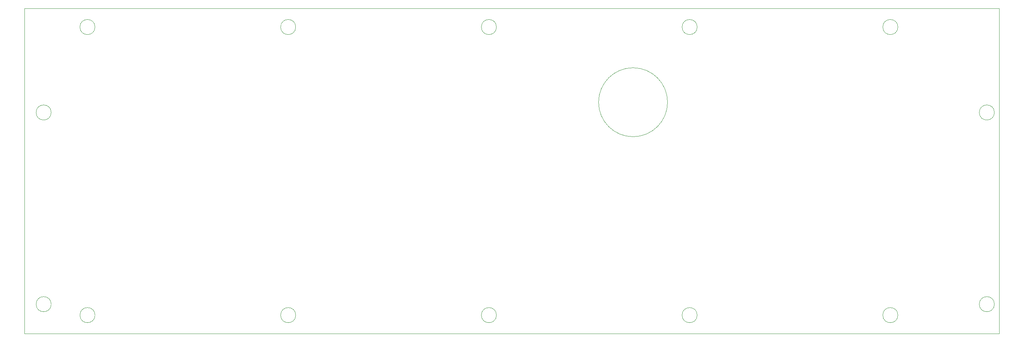
<source format=gbr>
%TF.GenerationSoftware,KiCad,Pcbnew,7.0.9*%
%TF.CreationDate,2023-12-03T09:41:02+10:00*%
%TF.ProjectId,UFC,5546432e-6b69-4636-9164-5f7063625858,rev?*%
%TF.SameCoordinates,Original*%
%TF.FileFunction,Profile,NP*%
%FSLAX46Y46*%
G04 Gerber Fmt 4.6, Leading zero omitted, Abs format (unit mm)*
G04 Created by KiCad (PCBNEW 7.0.9) date 2023-12-03 09:41:02*
%MOMM*%
%LPD*%
G01*
G04 APERTURE LIST*
%TA.AperFunction,Profile*%
%ADD10C,0.100000*%
%TD*%
G04 APERTURE END LIST*
D10*
X257747500Y-98216000D02*
G75*
G03*
X254247500Y-98216000I-1750000J0D01*
G01*
X35497500Y-53746000D02*
G75*
G03*
X38997500Y-53746000I1750000J0D01*
G01*
X38997500Y-98216000D02*
G75*
G03*
X35497500Y-98216000I-1750000J0D01*
G01*
X231867500Y-100756000D02*
G75*
G03*
X235367500Y-100756000I1750000J0D01*
G01*
X235367500Y-100756000D02*
G75*
G03*
X231867500Y-100756000I-1750000J0D01*
G01*
X95710000Y-33926000D02*
G75*
G03*
X92210000Y-33926000I-1750000J0D01*
G01*
X257747500Y-53746000D02*
G75*
G03*
X254247500Y-53746000I-1750000J0D01*
G01*
X254247500Y-98216000D02*
G75*
G03*
X257747500Y-98216000I1750000J0D01*
G01*
X138762500Y-100756000D02*
G75*
G03*
X142262500Y-100756000I1750000J0D01*
G01*
X92210000Y-33926000D02*
G75*
G03*
X95710000Y-33926000I1750000J0D01*
G01*
X32830500Y-105046000D02*
X258890500Y-105046000D01*
X188815000Y-100756000D02*
G75*
G03*
X185315000Y-100756000I-1750000J0D01*
G01*
X142262500Y-100756000D02*
G75*
G03*
X138762500Y-100756000I-1750000J0D01*
G01*
X235367500Y-33926000D02*
G75*
G03*
X231867500Y-33926000I-1750000J0D01*
G01*
X185315000Y-100756000D02*
G75*
G03*
X188815000Y-100756000I1750000J0D01*
G01*
X142262500Y-33926000D02*
G75*
G03*
X138762500Y-33926000I-1750000J0D01*
G01*
X258890500Y-105046000D02*
X258890500Y-29566000D01*
X45657500Y-33926000D02*
G75*
G03*
X49157500Y-33926000I1750000J0D01*
G01*
X138762500Y-33926000D02*
G75*
G03*
X142262500Y-33926000I1750000J0D01*
G01*
X49157500Y-33926000D02*
G75*
G03*
X45657500Y-33926000I-1750000J0D01*
G01*
X181947500Y-51366000D02*
G75*
G03*
X181947500Y-51366000I-8000000J0D01*
G01*
X32830500Y-29566000D02*
X32830500Y-105046000D01*
X188815000Y-33926000D02*
G75*
G03*
X185315000Y-33926000I-1750000J0D01*
G01*
X231867500Y-33926000D02*
G75*
G03*
X235367500Y-33926000I1750000J0D01*
G01*
X35497500Y-98216000D02*
G75*
G03*
X38997500Y-98216000I1750000J0D01*
G01*
X49157500Y-100756000D02*
G75*
G03*
X45657500Y-100756000I-1750000J0D01*
G01*
X45657500Y-100756000D02*
G75*
G03*
X49157500Y-100756000I1750000J0D01*
G01*
X38997500Y-53746000D02*
G75*
G03*
X35497500Y-53746000I-1750000J0D01*
G01*
X92210000Y-100756000D02*
G75*
G03*
X95710000Y-100756000I1750000J0D01*
G01*
X258890500Y-29566000D02*
X32830500Y-29566000D01*
X95710000Y-100756000D02*
G75*
G03*
X92210000Y-100756000I-1750000J0D01*
G01*
X254247500Y-53746000D02*
G75*
G03*
X257747500Y-53746000I1750000J0D01*
G01*
X185315000Y-33926000D02*
G75*
G03*
X188815000Y-33926000I1750000J0D01*
G01*
M02*

</source>
